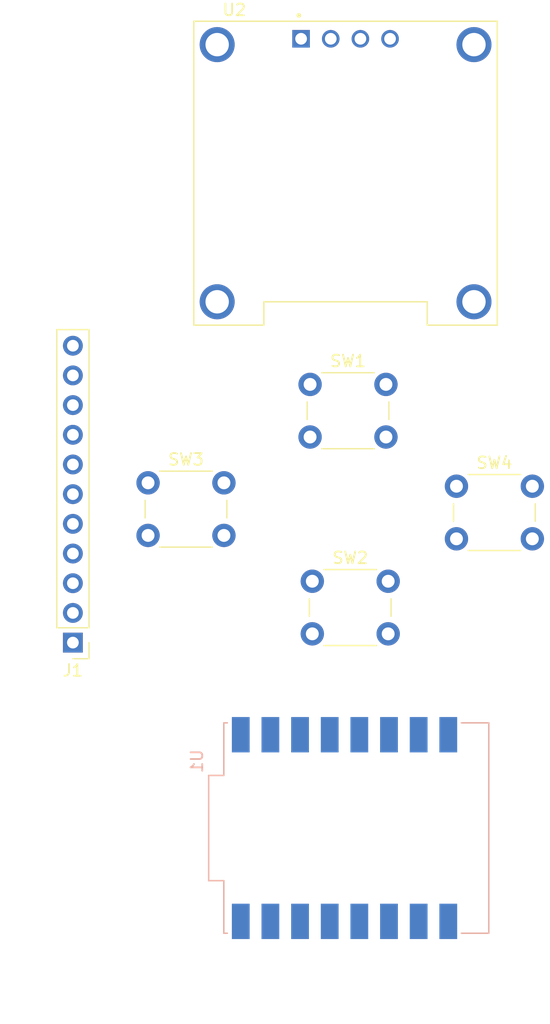
<source format=kicad_pcb>
(kicad_pcb (version 20241229) (generator "pcbnew") (generator_version "9.0")
  (layers (0 "F.Cu" signal) (2 "B.Cu" signal) (13 "F.Paste" user) (15 "B.Paste" user) (5 "F.SilkS" user "F.Silkscreen") (7 "B.SilkS" user "B.Silkscreen") (1 "F.Mask" user) (3 "B.Mask" user) (25 "Edge.Cuts" user))
  (net 0 "")
  (net 1 "/BTN1")
  (net 2 "GND")
  (net 3 "/BTN3")
  (net 4 "/BTN2")
  (net 5 "/BTN4")
  (net 6 "+3V3")
  (net 7 "/GPIO8")
  (net 9 "/GPIO7")
  (net 10 "/GPIO21")
  (net 11 "/GPIO5")
  (net 12 "/GPIO10")
  (net 13 "/CLK")
  (net 14 "/GPIO20")
  (net 15 "/GPIO9")
  (net 16 "/GPIO6")
  (footprint "Button_Switch_THT:SW_PUSH_6mm" (layer "F.Cu") (at 80.23 56.62)
    (property "Reference" "SW1" (at 3.25 -2 0) (layer "F.SilkS"))
    (property "Value" "SW_Push")
    (fp_line (start -0.25 1.5) (end -0.25 3) (stroke (width 0.12)) (layer "F.SilkS"))
    (fp_line (start 1 5.5) (end 5.5 5.5) (stroke (width 0.12)) (layer "F.SilkS"))
    (fp_line (start 5.5 -1) (end 1 -1) (stroke (width 0.12)) (layer "F.SilkS"))
    (fp_line (start 6.75 3) (end 6.75 1.5) (stroke (width 0.12)) (layer "F.SilkS"))
    (pad "1" thru_hole circle (at 0 0 90) (size 2 2) (drill 1.1) (layers "*.Cu" "*.Mask") (net 1 "/BTN1"))
    (pad "1" thru_hole circle (at 6.5 0 90) (size 2 2) (drill 1.1) (layers "*.Cu" "*.Mask") (net 1 "/BTN1"))
    (pad "2" thru_hole circle (at 0 4.5 90) (size 2 2) (drill 1.1) (layers "*.Cu" "*.Mask") (net 2 "GND"))
    (pad "2" thru_hole circle (at 6.5 4.5 90) (size 2 2) (drill 1.1) (layers "*.Cu" "*.Mask") (net 2 "GND"))
  )
  (footprint "Button_Switch_THT:SW_PUSH_6mm" (layer "F.Cu") (at 80.42 73.46)
    (property "Reference" "SW2" (at 3.25 -2 0) (layer "F.SilkS"))
    (property "Value" "SW_Push")
    (fp_line (start -0.25 1.5) (end -0.25 3) (stroke (width 0.12)) (layer "F.SilkS"))
    (fp_line (start 1 5.5) (end 5.5 5.5) (stroke (width 0.12)) (layer "F.SilkS"))
    (fp_line (start 5.5 -1) (end 1 -1) (stroke (width 0.12)) (layer "F.SilkS"))
    (fp_line (start 6.75 3) (end 6.75 1.5) (stroke (width 0.12)) (layer "F.SilkS"))
    (pad "1" thru_hole circle (at 0 0 90) (size 2 2) (drill 1.1) (layers "*.Cu" "*.Mask") (net 3 "/BTN3"))
    (pad "1" thru_hole circle (at 6.5 0 90) (size 2 2) (drill 1.1) (layers "*.Cu" "*.Mask") (net 3 "/BTN3"))
    (pad "2" thru_hole circle (at 0 4.5 90) (size 2 2) (drill 1.1) (layers "*.Cu" "*.Mask") (net 2 "GND"))
    (pad "2" thru_hole circle (at 6.5 4.5 90) (size 2 2) (drill 1.1) (layers "*.Cu" "*.Mask") (net 2 "GND"))
  )
  (footprint "Button_Switch_THT:SW_PUSH_6mm" (layer "F.Cu") (at 92.77 65.33)
    (property "Reference" "SW4" (at 3.25 -2 0) (layer "F.SilkS"))
    (property "Value" "SW_Push")
    (fp_line (start -0.25 1.5) (end -0.25 3) (stroke (width 0.12)) (layer "F.SilkS"))
    (fp_line (start 1 5.5) (end 5.5 5.5) (stroke (width 0.12)) (layer "F.SilkS"))
    (fp_line (start 5.5 -1) (end 1 -1) (stroke (width 0.12)) (layer "F.SilkS"))
    (fp_line (start 6.75 3) (end 6.75 1.5) (stroke (width 0.12)) (layer "F.SilkS"))
    (pad "1" thru_hole circle (at 0 0 90) (size 2 2) (drill 1.1) (layers "*.Cu" "*.Mask") (net 5 "/BTN4"))
    (pad "1" thru_hole circle (at 6.5 0 90) (size 2 2) (drill 1.1) (layers "*.Cu" "*.Mask") (net 5 "/BTN4"))
    (pad "2" thru_hole circle (at 0 4.5 90) (size 2 2) (drill 1.1) (layers "*.Cu" "*.Mask") (net 2 "GND"))
    (pad "2" thru_hole circle (at 6.5 4.5 90) (size 2 2) (drill 1.1) (layers "*.Cu" "*.Mask") (net 2 "GND"))
  )
  (footprint "Button_Switch_THT:SW_PUSH_6mm" (layer "F.Cu") (at 66.35 65.04)
    (property "Reference" "SW3" (at 3.25 -2 0) (layer "F.SilkS"))
    (property "Value" "SW_Push")
    (fp_line (start -0.25 1.5) (end -0.25 3) (stroke (width 0.12)) (layer "F.SilkS"))
    (fp_line (start 1 5.5) (end 5.5 5.5) (stroke (width 0.12)) (layer "F.SilkS"))
    (fp_line (start 5.5 -1) (end 1 -1) (stroke (width 0.12)) (layer "F.SilkS"))
    (fp_line (start 6.75 3) (end 6.75 1.5) (stroke (width 0.12)) (layer "F.SilkS"))
    (pad "1" thru_hole circle (at 0 0 90) (size 2 2) (drill 1.1) (layers "*.Cu" "*.Mask") (net 4 "/BTN2"))
    (pad "1" thru_hole circle (at 6.5 0 90) (size 2 2) (drill 1.1) (layers "*.Cu" "*.Mask") (net 4 "/BTN2"))
    (pad "2" thru_hole circle (at 0 4.5 90) (size 2 2) (drill 1.1) (layers "*.Cu" "*.Mask") (net 2 "GND"))
    (pad "2" thru_hole circle (at 6.5 4.5 90) (size 2 2) (drill 1.1) (layers "*.Cu" "*.Mask") (net 2 "GND"))
  )
  (footprint "Connector_PinHeader_2.54mm:PinHeader_1x11_P2.54mm_Vertical" (layer "F.Cu") (at 59.91 78.71 180)
    (property "Reference" "J1" (at 0 -2.38 0) (layer "F.SilkS"))
    (property "Value" "Conn_01x11_Pin")
    (fp_line (start 1.38 1.27) (end 1.38 26.78) (stroke (width 0.12)) (layer "F.SilkS"))
    (fp_line (start -1.38 26.78) (end 1.38 26.78) (stroke (width 0.12)) (layer "F.SilkS"))
    (fp_line (start -1.38 1.27) (end 1.38 1.27) (stroke (width 0.12)) (layer "F.SilkS"))
    (fp_line (start -1.38 1.27) (end -1.38 26.78) (stroke (width 0.12)) (layer "F.SilkS"))
    (fp_line (start -1.38 0) (end -1.38 -1.38) (stroke (width 0.12)) (layer "F.SilkS"))
    (fp_line (start -1.38 -1.38) (end 0 -1.38) (stroke (width 0.12)) (layer "F.SilkS"))
    (pad "1" thru_hole rect (at 0 0 180) (size 1.7 1.7) (drill 1) (layers "*.Cu" "*.Mask") (net 13 "/CLK"))
    (pad "2" thru_hole circle (at 0 2.54 180) (size 1.7 1.7) (drill 1) (layers "*.Cu" "*.Mask") (net 11 "/GPIO5"))
    (pad "3" thru_hole circle (at 0 5.08 180) (size 1.7 1.7) (drill 1) (layers "*.Cu" "*.Mask") (net 16 "/GPIO6"))
    (pad "4" thru_hole circle (at 0 7.62 180) (size 1.7 1.7) (drill 1) (layers "*.Cu" "*.Mask") (net 9 "/GPIO7"))
    (pad "5" thru_hole circle (at 0 10.16 180) (size 1.7 1.7) (drill 1) (layers "*.Cu" "*.Mask") (net 7 "/GPIO8"))
    (pad "6" thru_hole circle (at 0 12.7 180) (size 1.7 1.7) (drill 1) (layers "*.Cu" "*.Mask") (net 15 "/GPIO9"))
    (pad "7" thru_hole circle (at 0 15.24 180) (size 1.7 1.7) (drill 1) (layers "*.Cu" "*.Mask") (net 12 "/GPIO10"))
    (pad "8" thru_hole circle (at 0 17.78 180) (size 1.7 1.7) (drill 1) (layers "*.Cu" "*.Mask") (net 14 "/GPIO20"))
    (pad "9" thru_hole circle (at 0 20.32 180) (size 1.7 1.7) (drill 1) (layers "*.Cu" "*.Mask") (net 10 "/GPIO21"))
    (pad "10" thru_hole circle (at 0 22.86 180) (size 1.7 1.7) (drill 1) (layers "*.Cu" "*.Mask") (net 6 "+3V3"))
    (pad "11" thru_hole circle (at 0 25.4 180) (size 1.7 1.7) (drill 1) (layers "*.Cu" "*.Mask") (net 2 "GND"))
  )
  (footprint "footprints:MODULE_DM-OLED096-636" (layer "F.Cu") (at 83.27 38.55)
    (property "Reference" "U2" (at -9.525 -13.97 0) (layer "F.SilkS"))
    (property "Value" "DM-OLED096-636")
    (fp_line (start -13 -13) (end 13 -13) (stroke (width 0.127)) (layer "F.SilkS"))
    (fp_line (start -13 13) (end -13 -13) (stroke (width 0.127)) (layer "F.SilkS"))
    (fp_line (start -7 11) (end -7 13) (stroke (width 0.127)) (layer "F.SilkS"))
    (fp_line (start -7 13) (end -13 13) (stroke (width 0.127)) (layer "F.SilkS"))
    (fp_line (start 7 11) (end -7 11) (stroke (width 0.127)) (layer "F.SilkS"))
    (fp_line (start 7 13) (end 7 11) (stroke (width 0.127)) (layer "F.SilkS"))
    (fp_line (start 13 -13) (end 13 13) (stroke (width 0.127)) (layer "F.SilkS"))
    (fp_line (start 13 13) (end 7 13) (stroke (width 0.127)) (layer "F.SilkS"))
    (fp_circle (center -4 -13.5) (end -3.9 -13.5) (stroke (width 0.2)) (fill no) (layer "F.SilkS"))
    (pad "1" thru_hole rect (at -3.81 -11.5) (size 1.508 1.508) (drill 1) (layers "*.Cu" "*.Mask") (net 2 "GND"))
    (pad "2" thru_hole circle (at -1.27 -11.5) (size 1.508 1.508) (drill 1) (layers "*.Cu" "*.Mask") (net 6 "+3V3"))
    (pad "3" thru_hole circle (at 1.27 -11.5) (size 1.508 1.508) (drill 1) (layers "*.Cu" "*.Mask") (net 15 "/GPIO9"))
    (pad "4" thru_hole circle (at 3.81 -11.5) (size 1.508 1.508) (drill 1) (layers "*.Cu" "*.Mask") (net 7 "/GPIO8"))
    (pad "S1" thru_hole circle (at -11 -11) (size 3 3) (drill 2) (layers "*.Cu" "*.Mask"))
    (pad "S2" thru_hole circle (at 11 -11) (size 3 3) (drill 2) (layers "*.Cu" "*.Mask"))
    (pad "S3" thru_hole circle (at 11 11) (size 3 3) (drill 2) (layers "*.Cu" "*.Mask"))
    (pad "S4" thru_hole circle (at -11 11) (size 3 3) (drill 2) (layers "*.Cu" "*.Mask"))
  )
  (footprint "footprints:MODULE_ESP32-C3_SUPERMINI" (layer "B.Cu") (at 84.19 94.575 -90)
    (property "Reference" "U1" (at -5.715 13.6525 90) (layer "B.SilkS") (effects (justify mirror)))
    (property "Value" "ESP32-C3_SUPERMINI_TH")
    (fp_line (start -4.5 12.65) (end -4.5 11.35) (stroke (width 0.127)) (layer "B.SilkS"))
    (fp_line (start 4.5 12.65) (end -4.5 12.65) (stroke (width 0.127)) (layer "B.SilkS"))
    (fp_line (start 4.5 12.65) (end 4.5 11.35) (stroke (width 0.127)) (layer "B.SilkS"))
    (fp_line (start -4.5 11.35) (end -9 11.35) (stroke (width 0.127)) (layer "B.SilkS"))
    (fp_line (start 9 11.35) (end 4.5 11.35) (stroke (width 0.127)) (layer "B.SilkS"))
    (fp_line (start -9 11.05) (end -9 11.35) (stroke (width 0.127)) (layer "B.SilkS"))
    (fp_line (start 9 11.05) (end 9 11.35) (stroke (width 0.127)) (layer "B.SilkS"))
    (fp_line (start -9 -11.35) (end -9 -9) (stroke (width 0.127)) (layer "B.SilkS"))
    (fp_line (start 9 -11.35) (end 9 -9) (stroke (width 0.127)) (layer "B.SilkS"))
    (fp_line (start 9 -11.35) (end -9 -11.35) (stroke (width 0.127)) (layer "B.SilkS"))
    (pad "0" smd rect (at 7.985 -7.88 270) (size 3.025 1.524) (layers "B.Cu" "B.Mask" "B.Paste") (net 1 "/BTN1"))
    (pad "1" smd rect (at 7.985 -5.34 270) (size 3.025 1.524) (layers "B.Cu" "B.Mask" "B.Paste") (net 4 "/BTN2"))
    (pad "2" smd rect (at 7.985 -2.8 270) (size 3.025 1.524) (layers "B.Cu" "B.Mask" "B.Paste") (net 3 "/BTN3"))
    (pad "3" smd rect (at 7.985 -0.26 270) (size 3.025 1.524) (layers "B.Cu" "B.Mask" "B.Paste") (net 5 "/BTN4"))
    (pad "3.3" smd rect (at 7.985 4.82 270) (size 3.025 1.524) (layers "B.Cu" "B.Mask" "B.Paste") (net 6 "+3V3"))
    (pad "4" smd rect (at 7.985 2.28 270) (size 3.025 1.524) (layers "B.Cu" "B.Mask" "B.Paste") (net 13 "/CLK"))
    (pad "5" smd rect (at -7.985 9.9 270) (size 3.025 1.524) (layers "B.Cu" "B.Mask" "B.Paste") (net 11 "/GPIO5"))
    (pad "5V" smd rect (at 7.985 9.9 270) (size 3.025 1.524) (layers "B.Cu" "B.Mask" "B.Paste"))
    (pad "6" smd rect (at -7.985 7.36 270) (size 3.025 1.524) (layers "B.Cu" "B.Mask" "B.Paste") (net 16 "/GPIO6"))
    (pad "7" smd rect (at -7.985 4.82 270) (size 3.025 1.524) (layers "B.Cu" "B.Mask" "B.Paste") (net 9 "/GPIO7"))
    (pad "8" smd rect (at -7.985 2.28 270) (size 3.025 1.524) (layers "B.Cu" "B.Mask" "B.Paste") (net 7 "/GPIO8"))
    (pad "9" smd rect (at -7.985 -0.26 270) (size 3.025 1.524) (layers "B.Cu" "B.Mask" "B.Paste") (net 15 "/GPIO9"))
    (pad "10" smd rect (at -7.985 -2.8 270) (size 3.025 1.524) (layers "B.Cu" "B.Mask" "B.Paste") (net 12 "/GPIO10"))
    (pad "20" smd rect (at -7.985 -5.34 270) (size 3.025 1.524) (layers "B.Cu" "B.Mask" "B.Paste") (net 14 "/GPIO20"))
    (pad "21" smd rect (at -7.985 -7.88 270) (size 3.025 1.524) (layers "B.Cu" "B.Mask" "B.Paste") (net 10 "/GPIO21"))
    (pad "G" smd rect (at 7.985 7.36 270) (size 3.025 1.524) (layers "B.Cu" "B.Mask" "B.Paste") (net 2 "GND"))
  )
)
</source>
